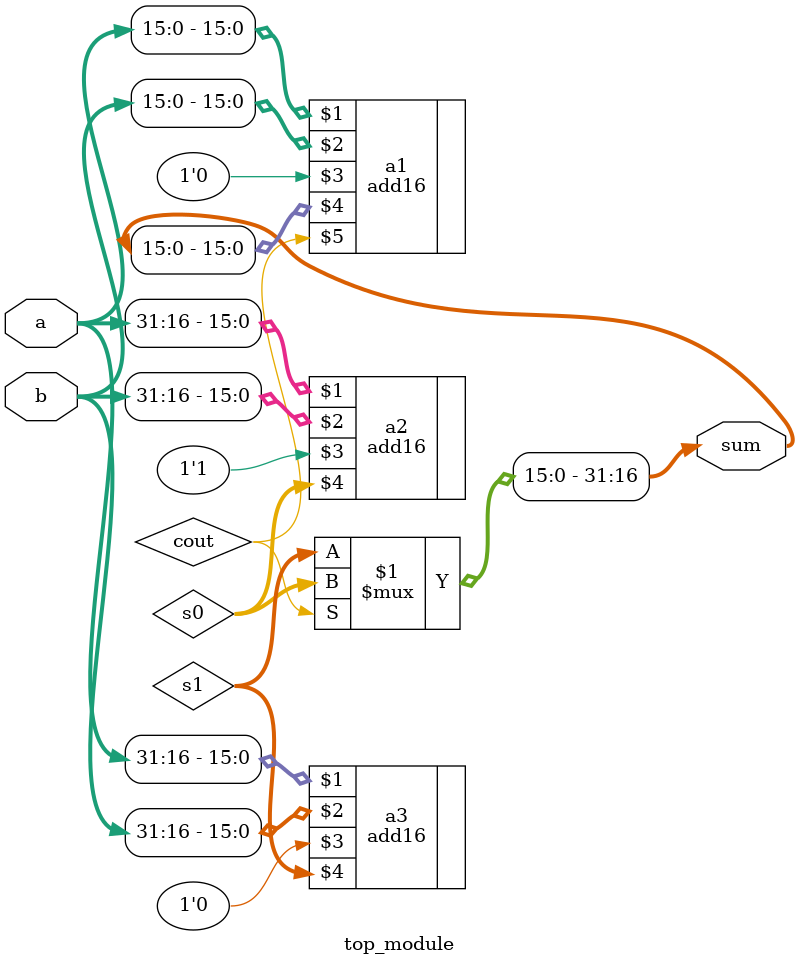
<source format=v>
module top_module(
    input [31:0] a,
    input [31:0] b,
    output [31:0] sum
);
	wire cout;
    wire [15:0] s0,s1;
    add16 a1(a[15:0],b[15:0],1'd0,sum[15:0],cout);
    add16 a2(a[31:16],b[31:16],1'd1,s0,);
    add16 a3(a[31:16],b[31:16],1'd0,s1,);
    assign sum[31:16] = (cout)?s0:s1;
    
endmodule

</source>
